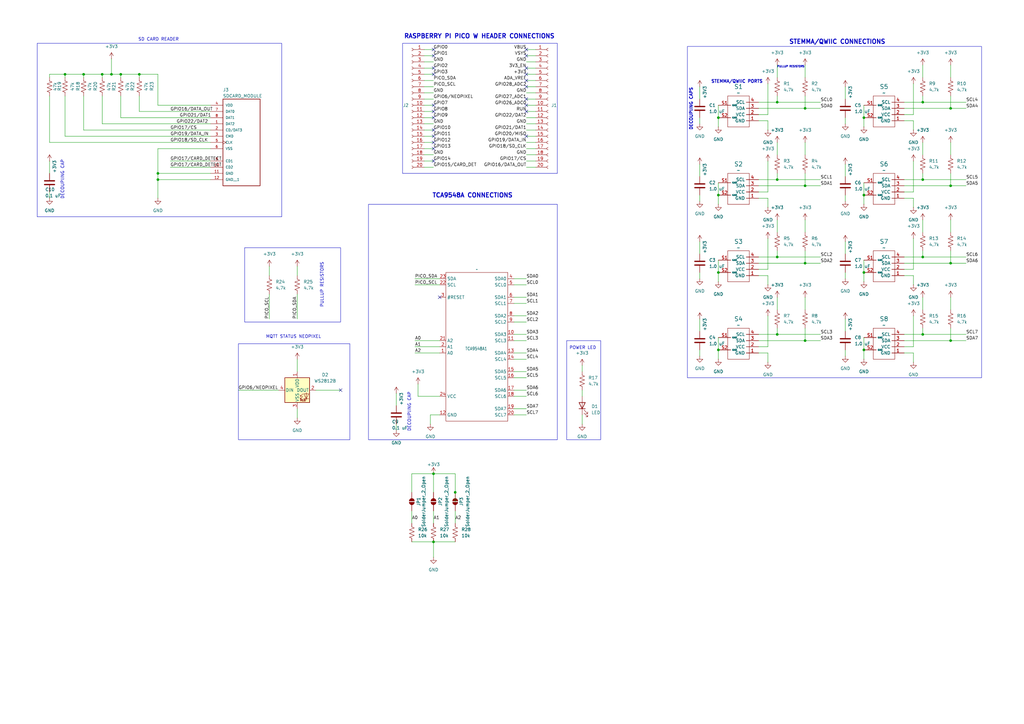
<source format=kicad_sch>
(kicad_sch (version 20231120) (generator "eeschema") (generator_version "8.0")
  (paper "A3")
  (title_block (title "PICO W STEMMA/QWIIC BASE") (date "2024-12-20") (rev "2") (company "Ms. West") (comment 1 "Armando Martinez") (comment 2 "Capstone Project: Encore"))
  (junction (at 330.2 107.95))
  (junction (at 34.29 30.48))
  (junction (at 318.77 137.16))
  (junction (at 354.33 111.76))
  (junction (at 45.72 30.48))
  (junction (at 318.77 41.91))
  (junction (at 378.46 105.41))
  (junction (at 186.69 201.93))
  (junction (at 26.67 30.48))
  (junction (at 330.2 139.7))
  (junction (at 294.64 48.26))
  (junction (at 177.8 222.25))
  (junction (at 64.77 73.66))
  (junction (at 354.33 80.01))
  (junction (at 41.91 30.48))
  (junction (at 389.89 139.7))
  (junction (at 389.89 44.45))
  (junction (at 378.46 137.16))
  (junction (at 330.2 76.2))
  (junction (at 389.89 107.95))
  (junction (at 294.64 143.51))
  (junction (at 318.77 73.66))
  (junction (at 354.33 48.26))
  (junction (at 378.46 41.91))
  (junction (at 389.89 76.2))
  (junction (at 49.53 30.48))
  (junction (at 318.77 105.41))
  (junction (at 378.46 73.66))
  (junction (at 64.77 71.12))
  (junction (at 354.33 143.51))
  (junction (at 330.2 44.45))
  (junction (at 294.64 80.01))
  (junction (at 57.15 30.48))
  (junction (at 294.64 111.76))
  (junction (at 177.8 194.31))
  (no_connect (at 177.8 55.88))
  (no_connect (at 177.8 43.18))
  (no_connect (at 215.9 20.32))
  (no_connect (at 139.7 160.02))
  (no_connect (at 215.9 45.72))
  (no_connect (at 177.8 48.26))
  (no_connect (at 177.8 45.72))
  (no_connect (at 215.9 43.18))
  (no_connect (at 177.8 58.42))
  (no_connect (at 177.8 53.34))
  (no_connect (at 215.9 55.88))
  (no_connect (at 215.9 35.56))
  (no_connect (at 177.8 20.32))
  (no_connect (at 177.8 27.94))
  (no_connect (at 215.9 22.86))
  (no_connect (at 215.9 40.64))
  (no_connect (at 215.9 27.94))
  (no_connect (at 177.8 30.48))
  (no_connect (at 177.8 60.96))
  (no_connect (at 177.8 22.86))
  (no_connect (at 180.34 121.92))
  (no_connect (at 177.8 66.04))
  (no_connect (at 215.9 30.48))
  (no_connect (at 215.9 33.02))
  (wire (pts (xy 210.82 132.08) (xy 215.9 132.08)))
  (wire (pts (xy 64.77 30.48) (xy 64.77 43.18)))
  (wire (pts (xy 41.91 30.48) (xy 45.72 30.48)))
  (wire (pts (xy 374.65 78.74) (xy 370.84 78.74)))
  (wire (pts (xy 86.36 50.8) (xy 41.91 50.8)))
  (wire (pts (xy 45.72 24.13) (xy 45.72 30.48)))
  (wire (pts (xy 49.53 48.26) (xy 86.36 48.26)))
  (wire (pts (xy 311.15 137.16) (xy 318.77 137.16)))
  (wire (pts (xy 314.96 49.53) (xy 314.96 53.34)))
  (wire (pts (xy 370.84 107.95) (xy 389.89 107.95)))
  (wire (pts (xy 49.53 30.48) (xy 49.53 31.75)))
  (wire (pts (xy 370.84 139.7) (xy 389.89 139.7)))
  (wire (pts (xy 378.46 105.41) (xy 396.24 105.41)))
  (wire (pts (xy 378.46 121.92) (xy 378.46 127)))
  (wire (pts (xy 314.96 46.99) (xy 311.15 46.99)))
  (wire (pts (xy 20.32 66.04) (xy 20.32 71.12)))
  (wire (pts (xy 294.64 74.93) (xy 294.64 80.01)))
  (wire (pts (xy 370.84 41.91) (xy 378.46 41.91)))
  (wire (pts (xy 238.76 149.86) (xy 238.76 152.4)))
  (wire (pts (xy 318.77 73.66) (xy 336.55 73.66)))
  (wire (pts (xy 173.99 45.72) (xy 177.8 45.72)))
  (wire (pts (xy 318.77 105.41) (xy 336.55 105.41)))
  (wire (pts (xy 318.77 102.87) (xy 318.77 105.41)))
  (wire (pts (xy 294.64 106.68) (xy 294.64 111.76)))
  (wire (pts (xy 389.89 76.2) (xy 396.24 76.2)))
  (wire (pts (xy 215.9 33.02) (xy 219.71 33.02)))
  (wire (pts (xy 294.64 80.01) (xy 294.64 83.82)))
  (wire (pts (xy 330.2 134.62) (xy 330.2 139.7)))
  (wire (pts (xy 180.34 170.18) (xy 176.53 170.18)))
  (wire (pts (xy 330.2 107.95) (xy 336.55 107.95)))
  (wire (pts (xy 370.84 73.66) (xy 378.46 73.66)))
  (wire (pts (xy 314.96 110.49) (xy 311.15 110.49)))
  (wire (pts (xy 318.77 58.42) (xy 318.77 63.5)))
  (wire (pts (xy 210.82 129.54) (xy 215.9 129.54)))
  (wire (pts (xy 26.67 55.88) (xy 86.36 55.88)))
  (wire (pts (xy 173.99 35.56) (xy 177.8 35.56)))
  (wire (pts (xy 330.2 39.37) (xy 330.2 44.45)))
  (wire (pts (xy 370.84 113.03) (xy 374.65 113.03)))
  (wire (pts (xy 374.65 113.03) (xy 374.65 116.84)))
  (wire (pts (xy 86.36 53.34) (xy 34.29 53.34)))
  (wire (pts (xy 314.96 81.28) (xy 314.96 85.09)))
  (wire (pts (xy 346.71 130.81) (xy 346.71 135.89)))
  (wire (pts (xy 389.89 26.67) (xy 389.89 31.75)))
  (wire (pts (xy 173.99 55.88) (xy 177.8 55.88)))
  (wire (pts (xy 314.96 142.24) (xy 311.15 142.24)))
  (wire (pts (xy 20.32 30.48) (xy 20.32 31.75)))
  (wire (pts (xy 173.99 38.1) (xy 177.8 38.1)))
  (wire (pts (xy 176.53 170.18) (xy 176.53 173.99)))
  (wire (pts (xy 110.49 109.22) (xy 110.49 113.03)))
  (wire (pts (xy 173.99 58.42) (xy 177.8 58.42)))
  (wire (pts (xy 374.65 110.49) (xy 370.84 110.49)))
  (wire (pts (xy 378.46 58.42) (xy 378.46 63.5)))
  (wire (pts (xy 287.02 48.26) (xy 287.02 50.8)))
  (wire (pts (xy 311.15 105.41) (xy 318.77 105.41)))
  (wire (pts (xy 210.82 114.3) (xy 215.9 114.3)))
  (wire (pts (xy 173.99 33.02) (xy 177.8 33.02)))
  (wire (pts (xy 210.82 162.56) (xy 215.9 162.56)))
  (wire (pts (xy 370.84 44.45) (xy 389.89 44.45)))
  (wire (pts (xy 378.46 26.67) (xy 378.46 31.75)))
  (wire (pts (xy 318.77 121.92) (xy 318.77 127)))
  (wire (pts (xy 389.89 107.95) (xy 396.24 107.95)))
  (wire (pts (xy 389.89 102.87) (xy 389.89 107.95)))
  (wire (pts (xy 210.82 116.84) (xy 215.9 116.84)))
  (wire (pts (xy 318.77 39.37) (xy 318.77 41.91)))
  (wire (pts (xy 378.46 41.91) (xy 396.24 41.91)))
  (wire (pts (xy 311.15 107.95) (xy 330.2 107.95)))
  (wire (pts (xy 314.96 34.29) (xy 314.96 46.99)))
  (wire (pts (xy 173.99 68.58) (xy 177.8 68.58)))
  (wire (pts (xy 177.8 222.25) (xy 186.69 222.25)))
  (wire (pts (xy 64.77 73.66) (xy 86.36 73.66)))
  (wire (pts (xy 389.89 90.17) (xy 389.89 95.25)))
  (wire (pts (xy 26.67 30.48) (xy 34.29 30.48)))
  (wire (pts (xy 215.9 35.56) (xy 219.71 35.56)))
  (wire (pts (xy 389.89 139.7) (xy 396.24 139.7)))
  (wire (pts (xy 370.84 137.16) (xy 378.46 137.16)))
  (wire (pts (xy 170.18 144.78) (xy 180.34 144.78)))
  (wire (pts (xy 330.2 58.42) (xy 330.2 63.5)))
  (wire (pts (xy 215.9 43.18) (xy 219.71 43.18)))
  (wire (pts (xy 173.99 48.26) (xy 177.8 48.26)))
  (wire (pts (xy 215.9 48.26) (xy 219.71 48.26)))
  (wire (pts (xy 311.15 81.28) (xy 314.96 81.28)))
  (wire (pts (xy 215.9 63.5) (xy 219.71 63.5)))
  (wire (pts (xy 162.56 161.29) (xy 162.56 166.37)))
  (wire (pts (xy 354.33 80.01) (xy 354.33 83.82)))
  (wire (pts (xy 318.77 137.16) (xy 336.55 137.16)))
  (wire (pts (xy 389.89 134.62) (xy 389.89 139.7)))
  (wire (pts (xy 374.65 144.78) (xy 374.65 148.59)))
  (wire (pts (xy 311.15 76.2) (xy 330.2 76.2)))
  (wire (pts (xy 86.36 58.42) (xy 20.32 58.42)))
  (wire (pts (xy 215.9 55.88) (xy 219.71 55.88)))
  (wire (pts (xy 389.89 58.42) (xy 389.89 63.5)))
  (wire (pts (xy 121.92 167.64) (xy 121.92 171.45)))
  (wire (pts (xy 346.71 48.26) (xy 346.71 50.8)))
  (wire (pts (xy 330.2 44.45) (xy 336.55 44.45)))
  (wire (pts (xy 311.15 139.7) (xy 330.2 139.7)))
  (wire (pts (xy 374.65 46.99) (xy 370.84 46.99)))
  (wire (pts (xy 215.9 66.04) (xy 219.71 66.04)))
  (wire (pts (xy 210.82 137.16) (xy 215.9 137.16)))
  (wire (pts (xy 370.84 76.2) (xy 389.89 76.2)))
  (wire (pts (xy 20.32 30.48) (xy 26.67 30.48)))
  (wire (pts (xy 186.69 205.74) (xy 186.69 201.93)))
  (wire (pts (xy 330.2 26.67) (xy 330.2 31.75)))
  (wire (pts (xy 173.99 40.64) (xy 177.8 40.64)))
  (wire (pts (xy 346.71 80.01) (xy 346.71 82.55)))
  (wire (pts (xy 177.8 194.31) (xy 168.91 194.31)))
  (wire (pts (xy 97.79 160.02) (xy 114.3 160.02)))
  (wire (pts (xy 346.71 35.56) (xy 346.71 40.64)))
  (wire (pts (xy 173.99 25.4) (xy 177.8 25.4)))
  (wire (pts (xy 180.34 162.56) (xy 171.45 162.56)))
  (wire (pts (xy 215.9 20.32) (xy 219.71 20.32)))
  (wire (pts (xy 215.9 60.96) (xy 219.71 60.96)))
  (wire (pts (xy 215.9 27.94) (xy 219.71 27.94)))
  (wire (pts (xy 34.29 53.34) (xy 34.29 39.37)))
  (wire (pts (xy 370.84 81.28) (xy 374.65 81.28)))
  (wire (pts (xy 287.02 143.51) (xy 287.02 146.05)))
  (wire (pts (xy 210.82 144.78) (xy 215.9 144.78)))
  (wire (pts (xy 330.2 139.7) (xy 336.55 139.7)))
  (wire (pts (xy 121.92 147.32) (xy 121.92 152.4)))
  (wire (pts (xy 330.2 76.2) (xy 336.55 76.2)))
  (wire (pts (xy 318.77 71.12) (xy 318.77 73.66)))
  (wire (pts (xy 69.85 66.04) (xy 86.36 66.04)))
  (wire (pts (xy 170.18 116.84) (xy 180.34 116.84)))
  (wire (pts (xy 41.91 50.8) (xy 41.91 39.37)))
  (wire (pts (xy 168.91 222.25) (xy 177.8 222.25)))
  (wire (pts (xy 26.67 30.48) (xy 26.67 31.75)))
  (wire (pts (xy 378.46 73.66) (xy 396.24 73.66)))
  (wire (pts (xy 318.77 26.67) (xy 318.77 31.75)))
  (wire (pts (xy 34.29 30.48) (xy 41.91 30.48)))
  (wire (pts (xy 170.18 139.7) (xy 180.34 139.7)))
  (wire (pts (xy 318.77 90.17) (xy 318.77 95.25)))
  (wire (pts (xy 311.15 49.53) (xy 314.96 49.53)))
  (wire (pts (xy 20.32 58.42) (xy 20.32 39.37)))
  (wire (pts (xy 64.77 60.96) (xy 86.36 60.96)))
  (wire (pts (xy 57.15 30.48) (xy 57.15 31.75)))
  (wire (pts (xy 311.15 144.78) (xy 314.96 144.78)))
  (wire (pts (xy 374.65 97.79) (xy 374.65 110.49)))
  (wire (pts (xy 215.9 58.42) (xy 219.71 58.42)))
  (wire (pts (xy 177.8 194.31) (xy 186.69 194.31)))
  (wire (pts (xy 26.67 39.37) (xy 26.67 55.88)))
  (wire (pts (xy 354.33 48.26) (xy 354.33 52.07)))
  (wire (pts (xy 354.33 138.43) (xy 354.33 143.51)))
  (wire (pts (xy 354.33 106.68) (xy 354.33 111.76)))
  (wire (pts (xy 129.54 160.02) (xy 139.7 160.02)))
  (wire (pts (xy 210.82 160.02) (xy 215.9 160.02)))
  (wire (pts (xy 173.99 60.96) (xy 177.8 60.96)))
  (wire (pts (xy 215.9 45.72) (xy 219.71 45.72)))
  (wire (pts (xy 210.82 154.94) (xy 215.9 154.94)))
  (wire (pts (xy 370.84 105.41) (xy 378.46 105.41)))
  (wire (pts (xy 215.9 50.8) (xy 219.71 50.8)))
  (wire (pts (xy 346.71 111.76) (xy 346.71 114.3)))
  (wire (pts (xy 49.53 48.26) (xy 49.53 39.37)))
  (wire (pts (xy 346.71 143.51) (xy 346.71 146.05)))
  (wire (pts (xy 168.91 194.31) (xy 168.91 201.93)))
  (wire (pts (xy 378.46 39.37) (xy 378.46 41.91)))
  (wire (pts (xy 314.96 129.54) (xy 314.96 142.24)))
  (wire (pts (xy 294.64 138.43) (xy 294.64 143.51)))
  (wire (pts (xy 177.8 209.55) (xy 177.8 214.63)))
  (wire (pts (xy 173.99 63.5) (xy 177.8 63.5)))
  (wire (pts (xy 374.65 66.04) (xy 374.65 78.74)))
  (wire (pts (xy 374.65 129.54) (xy 374.65 142.24)))
  (wire (pts (xy 346.71 67.31) (xy 346.71 72.39)))
  (wire (pts (xy 314.96 78.74) (xy 311.15 78.74)))
  (wire (pts (xy 45.72 30.48) (xy 49.53 30.48)))
  (wire (pts (xy 64.77 71.12) (xy 64.77 73.66)))
  (wire (pts (xy 294.64 48.26) (xy 294.64 52.07)))
  (wire (pts (xy 215.9 30.48) (xy 219.71 30.48)))
  (wire (pts (xy 57.15 30.48) (xy 64.77 30.48)))
  (wire (pts (xy 374.65 49.53) (xy 374.65 53.34)))
  (wire (pts (xy 64.77 73.66) (xy 64.77 81.28)))
  (wire (pts (xy 287.02 80.01) (xy 287.02 82.55)))
  (wire (pts (xy 215.9 68.58) (xy 219.71 68.58)))
  (wire (pts (xy 173.99 20.32) (xy 177.8 20.32)))
  (wire (pts (xy 378.46 134.62) (xy 378.46 137.16)))
  (wire (pts (xy 287.02 111.76) (xy 287.02 114.3)))
  (wire (pts (xy 49.53 30.48) (xy 57.15 30.48)))
  (wire (pts (xy 170.18 114.3) (xy 180.34 114.3)))
  (wire (pts (xy 215.9 38.1) (xy 219.71 38.1)))
  (wire (pts (xy 374.65 142.24) (xy 370.84 142.24)))
  (wire (pts (xy 57.15 45.72) (xy 57.15 39.37)))
  (wire (pts (xy 215.9 40.64) (xy 219.71 40.64)))
  (wire (pts (xy 354.33 111.76) (xy 354.33 115.57)))
  (wire (pts (xy 210.82 170.18) (xy 215.9 170.18)))
  (wire (pts (xy 186.69 209.55) (xy 186.69 214.63)))
  (wire (pts (xy 171.45 162.56) (xy 171.45 157.48)))
  (wire (pts (xy 294.64 43.18) (xy 294.64 48.26)))
  (wire (pts (xy 389.89 121.92) (xy 389.89 127)))
  (wire (pts (xy 370.84 49.53) (xy 374.65 49.53)))
  (wire (pts (xy 330.2 90.17) (xy 330.2 95.25)))
  (wire (pts (xy 41.91 30.48) (xy 41.91 31.75)))
  (wire (pts (xy 378.46 102.87) (xy 378.46 105.41)))
  (wire (pts (xy 238.76 160.02) (xy 238.76 162.56)))
  (wire (pts (xy 170.18 142.24) (xy 180.34 142.24)))
  (wire (pts (xy 173.99 30.48) (xy 177.8 30.48)))
  (wire (pts (xy 210.82 152.4) (xy 215.9 152.4)))
  (wire (pts (xy 215.9 22.86) (xy 219.71 22.86)))
  (wire (pts (xy 69.85 68.58) (xy 86.36 68.58)))
  (wire (pts (xy 354.33 143.51) (xy 354.33 147.32)))
  (wire (pts (xy 64.77 43.18) (xy 86.36 43.18)))
  (wire (pts (xy 389.89 71.12) (xy 389.89 76.2)))
  (wire (pts (xy 64.77 71.12) (xy 86.36 71.12)))
  (wire (pts (xy 314.96 113.03) (xy 314.96 116.84)))
  (wire (pts (xy 330.2 71.12) (xy 330.2 76.2)))
  (wire (pts (xy 173.99 66.04) (xy 177.8 66.04)))
  (wire (pts (xy 314.96 144.78) (xy 314.96 148.59)))
  (wire (pts (xy 173.99 53.34) (xy 177.8 53.34)))
  (wire (pts (xy 370.84 144.78) (xy 374.65 144.78)))
  (wire (pts (xy 168.91 209.55) (xy 168.91 214.63)))
  (wire (pts (xy 389.89 44.45) (xy 396.24 44.45)))
  (wire (pts (xy 378.46 90.17) (xy 378.46 95.25)))
  (wire (pts (xy 311.15 41.91) (xy 318.77 41.91)))
  (wire (pts (xy 311.15 73.66) (xy 318.77 73.66)))
  (wire (pts (xy 330.2 102.87) (xy 330.2 107.95)))
  (wire (pts (xy 210.82 139.7) (xy 215.9 139.7)))
  (wire (pts (xy 34.29 30.48) (xy 34.29 31.75)))
  (wire (pts (xy 287.02 130.81) (xy 287.02 135.89)))
  (wire (pts (xy 374.65 81.28) (xy 374.65 85.09)))
  (wire (pts (xy 215.9 53.34) (xy 219.71 53.34)))
  (wire (pts (xy 287.02 35.56) (xy 287.02 40.64)))
  (wire (pts (xy 210.82 121.92) (xy 215.9 121.92)))
  (wire (pts (xy 378.46 71.12) (xy 378.46 73.66)))
  (wire (pts (xy 110.49 120.65) (xy 110.49 130.81)))
  (wire (pts (xy 374.65 34.29) (xy 374.65 46.99)))
  (wire (pts (xy 210.82 124.46) (xy 215.9 124.46)))
  (wire (pts (xy 210.82 167.64) (xy 215.9 167.64)))
  (wire (pts (xy 173.99 43.18) (xy 177.8 43.18)))
  (wire (pts (xy 57.15 45.72) (xy 86.36 45.72)))
  (wire (pts (xy 314.96 97.79) (xy 314.96 110.49)))
  (wire (pts (xy 64.77 60.96) (xy 64.77 71.12)))
  (wire (pts (xy 318.77 41.91) (xy 336.55 41.91)))
  (wire (pts (xy 186.69 194.31) (xy 186.69 201.93)))
  (wire (pts (xy 378.46 137.16) (xy 396.24 137.16)))
  (wire (pts (xy 346.71 99.06) (xy 346.71 104.14)))
  (wire (pts (xy 354.33 43.18) (xy 354.33 48.26)))
  (wire (pts (xy 121.92 109.22) (xy 121.92 113.03)))
  (wire (pts (xy 311.15 113.03) (xy 314.96 113.03)))
  (wire (pts (xy 294.64 143.51) (xy 294.64 147.32)))
  (wire (pts (xy 177.8 194.31) (xy 177.8 201.93)))
  (wire (pts (xy 311.15 44.45) (xy 330.2 44.45)))
  (wire (pts (xy 318.77 134.62) (xy 318.77 137.16)))
  (wire (pts (xy 173.99 27.94) (xy 177.8 27.94)))
  (wire (pts (xy 173.99 50.8) (xy 177.8 50.8)))
  (wire (pts (xy 314.96 66.04) (xy 314.96 78.74)))
  (wire (pts (xy 162.56 173.99) (xy 162.56 176.53)))
  (wire (pts (xy 238.76 170.18) (xy 238.76 173.99)))
  (wire (pts (xy 210.82 147.32) (xy 215.9 147.32)))
  (wire (pts (xy 287.02 99.06) (xy 287.02 104.14)))
  (wire (pts (xy 173.99 22.86) (xy 177.8 22.86)))
  (wire (pts (xy 20.32 78.74) (xy 20.32 81.28)))
  (wire (pts (xy 389.89 39.37) (xy 389.89 44.45)))
  (wire (pts (xy 294.64 111.76) (xy 294.64 115.57)))
  (wire (pts (xy 330.2 121.92) (xy 330.2 127)))
  (wire (pts (xy 287.02 67.31) (xy 287.02 72.39)))
  (wire (pts (xy 177.8 222.25) (xy 177.8 228.6)))
  (wire (pts (xy 121.92 120.65) (xy 121.92 130.81)))
  (wire (pts (xy 215.9 25.4) (xy 219.71 25.4)))
  (wire (pts (xy 354.33 74.93) (xy 354.33 80.01)))
  (rectangle (start 100.33 101.6) (end 139.7 132.08))
  (rectangle (start 165.1 17.78) (end 228.6 71.12))
  (rectangle (start 97.79 140.97) (end 143.51 180.34))
  (rectangle (start 281.94 19.05) (end 402.59 154.94))
  (rectangle (start 232.41 139.7) (end 246.38 180.34))
  (rectangle (start 151.13 83.82) (end 228.6 180.34))
  (rectangle (start 15.24 17.78) (end 115.57 88.9))
  (text "MQTT STATUS NEOPIXEL\n" (at 120.396 138.176 0) (effects (font (size 1.27 1.27))))
  (text "STEMMA/QWIIC PORTS\n" (at 302.26 33.528 0) (effects (font (size 1.27 1.27) (thickness 0.254) (bold yes))))
  (text "SD CARD READER\n" (at 65.024 16.256 0) (effects (font (size 1.27 1.27))))
  (text "RASPBERRY PI PICO W HEADER CONNECTIONS" (at 196.596 14.986 0) (effects (font (size 1.778 1.778) (thickness 0.3556) (bold yes))))
  (text "DECOUPlING CAP" (at 25.654 73.66 90) (effects (font (size 1.27 1.27))))
  (text "TCA9548A CONNECTIONS" (at 193.802 80.264 0) (effects (font (size 1.778 1.778) (thickness 0.3556) (bold yes))))
  (text "DECOUPlING CAP" (at 167.894 168.91 90) (effects (font (size 1.27 1.27))))
  (text "PULLUP RESISTORS" (at 324.358 27.432 0) (effects (font (size 0.762 0.762) (thickness 0.254) (bold yes))))
  (text "DECOUPlING CAPS" (at 283.464 44.704 90) (effects (font (size 1.27 1.27) (thickness 0.254) (bold yes))))
  (text "STEMMA/QWIIC CONNECTIONS" (at 343.408 17.272 0) (effects (font (size 1.778 1.778) (thickness 0.3556) (bold yes))))
  (text "POWER LED" (at 239.014 142.748 0) (effects (font (size 1.27 1.27))))
  (text "PULLUP RESISTORS" (at 132.08 116.84 90) (effects (font (size 1.27 1.27))))
  (label "PICO_SDA" (at 170.18 114.3 0))
  (label "SCL2" (at 215.9 132.08 0))
  (label "SDA6" (at 396.24 107.95 0))
  (label "SDA5" (at 396.24 76.2 0))
  (label "SCL3" (at 215.9 139.7 0))
  (label "SDA0" (at 336.55 44.45 0))
  (label "GND" (at 177.8 63.5 0))
  (label "VBUS" (at 215.9 20.32 180))
  (label "ADA_VREF" (at 215.9 33.02 180))
  (label "A2" (at 186.69 213.36 0))
  (label "GPIO11" (at 177.8 55.88 0))
  (label "GND" (at 215.9 38.1 180))
  (label "GPIO13" (at 177.8 60.96 0))
  (label "GPIO3" (at 177.8 30.48 0))
  (label "SDA0" (at 215.9 114.3 0))
  (label "+3V3" (at 215.9 30.48 180))
  (label "PICO_SCL" (at 110.49 130.81 90))
  (label "SDA4" (at 215.9 144.78 0))
  (label "GPIO19{slash}DATA_IN" (at 69.85 55.88 0))
  (label "GPIO9" (at 177.8 48.26 0))
  (label "SCL4" (at 215.9 147.32 0))
  (label "GPIO8" (at 177.8 45.72 0))
  (label "RUN" (at 215.9 45.72 180))
  (label "SDA1" (at 215.9 121.92 0))
  (label "GND" (at 177.8 50.8 0))
  (label "SCL1" (at 215.9 124.46 0))
  (label "SCL0" (at 336.55 41.91 0))
  (label "SDA7" (at 396.24 139.7 0))
  (label "GPIO17{slash}CARD_DETECT" (at 69.85 66.04 0))
  (label "SCL7" (at 396.24 137.16 0))
  (label "GPIO0" (at 177.8 20.32 0))
  (label "PICO_SDA" (at 121.92 130.81 90))
  (label "GPIO27_ADC1" (at 215.9 40.64 180))
  (label "A0" (at 168.91 213.36 0))
  (label "GND" (at 215.9 63.5 180))
  (label "GPIO18{slash}SD_CLK" (at 69.85 58.42 0))
  (label "SCL3" (at 336.55 137.16 0))
  (label "PICO_SCL" (at 177.8 35.56 0))
  (label "A2" (at 170.18 144.78 0))
  (label "GPIO16{slash}DATA_OUT" (at 69.85 45.72 0))
  (label "GPIO17{slash}CARD_DETECT" (at 69.85 68.58 0))
  (label "SDA2" (at 215.9 129.54 0))
  (label "GPIO10" (at 177.8 53.34 0))
  (label "GPIO22{slash}DAT2" (at 72.39 50.8 0))
  (label "A0" (at 170.18 139.7 0))
  (label "GPIO16{slash}DATA_OUT" (at 215.9 68.58 180))
  (label "SCL0" (at 215.9 116.84 0))
  (label "GPIO6{slash}NEOPIXEL" (at 177.8 40.64 0))
  (label "PICO_SCL" (at 170.18 116.84 0))
  (label "SDA4" (at 396.24 44.45 0))
  (label "SCL6" (at 396.24 105.41 0))
  (label "GND" (at 215.9 25.4 180))
  (label "SCL7" (at 215.9 170.18 0))
  (label "SDA7" (at 215.9 167.64 0))
  (label "A1" (at 177.8 213.36 0))
  (label "GND" (at 215.9 50.8 180))
  (label "GPIO26_ADC0" (at 215.9 43.18 180))
  (label "SCL4" (at 396.24 41.91 0))
  (label "PICO_SDA" (at 177.8 33.02 0))
  (label "GPIO18{slash}SD_CLK" (at 215.9 60.96 180))
  (label "SCL5" (at 396.24 73.66 0))
  (label "GPIO17{slash}CS" (at 215.9 66.04 180))
  (label "GPIO1" (at 177.8 22.86 0))
  (label "SCL1" (at 336.55 73.66 0))
  (label "SDA6" (at 215.9 160.02 0))
  (label "SCL2" (at 336.55 105.41 0))
  (label "SDA5" (at 215.9 152.4 0))
  (label "GPIO14" (at 177.8 66.04 0))
  (label "GPIO21{slash}DAT1" (at 215.9 53.34 180))
  (label "SDA1" (at 336.55 76.2 0))
  (label "GND" (at 177.8 25.4 0))
  (label "A1" (at 170.18 142.24 0))
  (label "GPIO21{slash}DAT1" (at 73.66 48.26 0))
  (label "GPIO22{slash}DAT2" (at 215.9 48.26 180))
  (label "GPIO12" (at 177.8 58.42 0))
  (label "VSYS" (at 215.9 22.86 180))
  (label "GPIO2" (at 177.8 27.94 0))
  (label "SDA2" (at 336.55 107.95 0))
  (label "GPIO7" (at 177.8 43.18 0))
  (label "GPIO15{slash}CARD_DET" (at 177.8 68.58 0))
  (label "GPIO19{slash}DATA_IN" (at 215.9 58.42 180))
  (label "GPIO6{slash}NEOPIXEL" (at 97.79 160.02 0))
  (label "SCL6" (at 215.9 162.56 0))
  (label "SDA3" (at 336.55 139.7 0))
  (label "SCL5" (at 215.9 154.94 0))
  (label "GPIO17{slash}CS" (at 69.85 53.34 0))
  (label "GPIO28_ADC2" (at 215.9 35.56 180))
  (label "GND" (at 177.8 38.1 0))
  (label "SDA3" (at 215.9 137.16 0))
  (label "3V3_EN" (at 215.9 27.94 180))
  (label "GPIO20{slash}MISO" (at 215.9 55.88 180))
  (symbol (lib_id "power:+3V3") (at 374.65 97.79 0) (unit 1)
    (property "Reference" "#PWR040" (effects (hide yes)))
    (property "Value" "+3V3" (at 374.65 92.71 0))
    (property "Description" "Power symbol creates a global label with name \"+3V3\"" (effects (hide yes)))
  )
  (symbol (lib_id "Pico_Symbols:STEMMA_QT") (at 363.22 46.99 0) (unit 1)
    (property "Reference" "S5" (at 362.585 35.56 0) (effects (font (size 1.778 1.778))))
    (property "Value" "~" (at 362.585 38.1 0) (effects (font (size 1.778 1.778))))
    (property "Footprint" "Pico_Footprints:STEMMAQWIIC_Footprint" (effects (hide yes)))
    (property "Description" "Port to connect the sensors, such as the magnetometers" (effects (hide yes)))
  )
  (symbol (lib_id "power:+3V3") (at 318.77 58.42 0) (unit 1)
    (property "Reference" "#PWR014" (effects (hide yes)))
    (property "Value" "+3V3" (at 318.77 53.34 0))
    (property "Description" "Power symbol creates a global label with name \"+3V3\"" (effects (hide yes)))
  )
  (symbol (lib_id "Pico_Symbols:STEMMA_QT") (at 303.53 46.99 0) (unit 1)
    (property "Reference" "S1" (at 302.895 35.56 0) (effects (font (size 1.778 1.778))))
    (property "Value" "~" (at 302.895 38.1 0) (effects (font (size 1.778 1.778))))
    (property "Footprint" "Pico_Footprints:STEMMAQWIIC_Footprint" (effects (hide yes)))
    (property "Description" "Port to connect the sensors, such as the magnetometers" (effects (hide yes)))
  )
  (symbol (lib_id "power:+3V3") (at 162.56 161.29 0) (unit 1)
    (property "Reference" "#PWR056" (effects (hide yes)))
    (property "Value" "+3V3" (at 164.592 163.576 90))
    (property "Description" "Power symbol creates a global label with name \"+3V3\"" (effects (hide yes)))
  )
  (symbol (lib_id "power:+3V3") (at 314.96 34.29 0) (unit 1)
    (property "Reference" "#PWR04" (effects (hide yes)))
    (property "Value" "+3V3" (at 314.96 29.21 0))
    (property "Description" "Power symbol creates a global label with name \"+3V3\"" (effects (hide yes)))
  )
  (symbol (lib_id "Device:R_US") (at 318.77 99.06 0) (unit 1)
    (property "Reference" "R5" (at 321.31 97.7899 0) (effects (justify left)))
    (property "Value" "4.7k" (at 321.31 100.3299 0) (effects (justify left)))
    (property "Footprint" "Resistor_SMD:R_0603_1608Metric" (effects (hide yes)))
    (property "Description" "Resistor, US symbol" (effects (hide yes)))
  )
  (symbol (lib_id "Device:R_US") (at 41.91 35.56 0) (unit 1)
    (property "Reference" "R21" (at 46.736 37.338 90) (effects (justify left)))
    (property "Value" "47k" (at 44.704 37.338 90) (effects (justify left)))
    (property "Footprint" "Resistor_SMD:R_0603_1608Metric" (effects (hide yes)))
    (property "Description" "Resistor, US symbol" (effects (hide yes)))
  )
  (symbol (lib_id "power:+3V3") (at 238.76 149.86 0) (unit 1)
    (property "Reference" "#PWR053" (effects (hide yes)))
    (property "Value" "+3V3" (at 238.76 144.78 0))
    (property "Description" "Power symbol creates a global label with name \"+3V3\"" (effects (hide yes)))
  )
  (symbol (lib_id "power:+3V3") (at 378.46 26.67 0) (unit 1)
    (property "Reference" "#PWR044" (effects (hide yes)))
    (property "Value" "+3V3" (at 378.46 21.59 0))
    (property "Description" "Power symbol creates a global label with name \"+3V3\"" (effects (hide yes)))
  )
  (symbol (lib_id "power:GND") (at 294.64 115.57 0) (unit 1)
    (property "Reference" "#PWR061" (effects (hide yes)))
    (property "Value" "GND" (at 294.64 120.65 0))
    (property "Description" "Power symbol creates a global label with name \"GND\" , ground" (effects (hide yes)))
  )
  (symbol (lib_id "power:GND") (at 346.71 82.55 0) (unit 1)
    (property "Reference" "#PWR031" (effects (hide yes)))
    (property "Value" "GND" (at 346.71 87.63 0))
    (property "Description" "Power symbol creates a global label with name \"GND\" , ground" (effects (hide yes)))
  )
  (symbol (lib_id "Device:R_US") (at 318.77 67.31 0) (unit 1)
    (property "Reference" "R3" (at 321.31 66.0399 0) (effects (justify left)))
    (property "Value" "4.7k" (at 321.31 68.5799 0) (effects (justify left)))
    (property "Footprint" "Resistor_SMD:R_0603_1608Metric" (effects (hide yes)))
    (property "Description" "Resistor, US symbol" (effects (hide yes)))
  )
  (symbol (lib_id "Jumper:SolderJumper_2_Open") (at 168.91 205.74 90) (unit 1) (exclude_from_sim yes) (in_bom no)
    (property "Reference" "JP1" (at 171.704 205.74 0))
    (property "Value" "SolderJumper_2_Open" (at 173.736 205.74 0))
    (property "Footprint" "Jumper:SolderJumper-2_P1.3mm_Open_TrianglePad1.0x1.5mm" (effects (hide yes)))
    (property "Description" "Solder Jumper, 2-pole, open" (effects (hide yes)))
  )
  (symbol (lib_id "Device:R_US") (at 330.2 130.81 0) (unit 1)
    (property "Reference" "R8" (at 332.74 129.5399 0) (effects (justify left)))
    (property "Value" "4.7k" (at 332.74 132.0799 0) (effects (justify left)))
    (property "Footprint" "Resistor_SMD:R_0603_1608Metric" (effects (hide yes)))
    (property "Description" "Resistor, US symbol" (effects (hide yes)))
  )
  (symbol (lib_id "power:+3V3") (at 318.77 121.92 0) (unit 1)
    (property "Reference" "#PWR025" (effects (hide yes)))
    (property "Value" "+3V3" (at 318.77 116.84 0))
    (property "Description" "Power symbol creates a global label with name \"+3V3\"" (effects (hide yes)))
  )
  (symbol (lib_id "Device:C") (at 162.56 170.18 0) (unit 1)
    (property "Reference" "C9" (at 160.782 172.974 0) (effects (justify left)))
    (property "Value" "0.1 uF" (at 160.782 175.514 0) (effects (justify left)))
    (property "Footprint" "Capacitor_SMD:C_0603_1608Metric" (effects (hide yes)))
    (property "Description" "Unpolarized capacitor" (effects (hide yes)))
  )
  (symbol (lib_id "power:GND") (at 176.53 173.99 0) (unit 1)
    (property "Reference" "#PWR02" (effects (hide yes)))
    (property "Value" "GND" (at 176.53 179.07 0))
    (property "Description" "Power symbol creates a global label with name \"GND\" , ground" (effects (hide yes)))
  )
  (symbol (lib_id "Device:R_US") (at 389.89 130.81 0) (unit 1)
    (property "Reference" "R16" (at 392.43 129.5399 0) (effects (justify left)))
    (property "Value" "4.7k" (at 392.43 132.0799 0) (effects (justify left)))
    (property "Footprint" "Resistor_SMD:R_0603_1608Metric" (effects (hide yes)))
    (property "Description" "Resistor, US symbol" (effects (hide yes)))
  )
  (symbol (lib_id "Device:R_US") (at 20.32 35.56 0) (unit 1)
    (property "Reference" "R19" (at 24.384 37.338 90) (effects (justify left)))
    (property "Value" "47k" (at 22.606 37.338 90) (effects (justify left)))
    (property "Footprint" "Resistor_SMD:R_0603_1608Metric" (effects (hide yes)))
    (property "Description" "Resistor, US symbol" (effects (hide yes)))
  )
  (symbol (lib_id "power:+3V3") (at 346.71 130.81 0) (unit 1)
    (property "Reference" "#PWR034" (effects (hide yes)))
    (property "Value" "+3V3" (at 348.742 133.096 90))
    (property "Description" "Power symbol creates a global label with name \"+3V3\"" (effects (hide yes)))
  )
  (symbol (lib_id "power:+3V3") (at 389.89 58.42 0) (unit 1)
    (property "Reference" "#PWR049" (effects (hide yes)))
    (property "Value" "+3V3" (at 389.89 53.34 0))
    (property "Description" "Power symbol creates a global label with name \"+3V3\"" (effects (hide yes)))
  )
  (symbol (lib_id "power:GND") (at 314.96 148.59 0) (unit 1)
    (property "Reference" "#PWR023" (effects (hide yes)))
    (property "Value" "GND" (at 314.96 153.67 0))
    (property "Description" "Power symbol creates a global label with name \"GND\" , ground" (effects (hide yes)))
  )
  (symbol (lib_id "power:+3V3") (at 314.96 129.54 0) (unit 1)
    (property "Reference" "#PWR022" (effects (hide yes)))
    (property "Value" "+3V3" (at 314.96 124.46 0))
    (property "Description" "Power symbol creates a global label with name \"+3V3\"" (effects (hide yes)))
  )
  (symbol (lib_id "Device:R_US") (at 238.76 156.21 0) (unit 1)
    (property "Reference" "R17" (at 241.3 154.9399 0) (effects (justify left)))
    (property "Value" "4.7k" (at 241.3 157.4799 0) (effects (justify left)))
    (property "Footprint" "Resistor_SMD:R_0603_1608Metric" (effects (hide yes)))
    (property "Description" "Resistor, US symbol" (effects (hide yes)))
  )
  (symbol (lib_id "power:GND") (at 354.33 147.32 0) (unit 1)
    (property "Reference" "#PWR066" (effects (hide yes)))
    (property "Value" "GND" (at 354.33 152.4 0))
    (property "Description" "Power symbol creates a global label with name \"GND\" , ground" (effects (hide yes)))
  )
  (symbol (lib_id "Device:C") (at 287.02 107.95 0) (unit 1)
    (property "Reference" "C3" (at 290.83 106.6799 0) (effects (justify left)))
    (property "Value" "1.0 uF" (at 290.83 109.2199 0) (effects (justify left)))
    (property "Footprint" "Capacitor_SMD:C_0603_1608Metric" (effects (hide yes)))
    (property "Description" "Unpolarized capacitor" (effects (hide yes)))
  )
  (symbol (lib_id "power:GND") (at 162.56 176.53 0) (unit 1)
    (property "Reference" "#PWR057" (effects (hide yes)))
    (property "Value" "GND" (at 162.56 181.61 0))
    (property "Description" "Power symbol creates a global label with name \"GND\" , ground" (effects (hide yes)))
  )
  (symbol (lib_id "power:GND") (at 314.96 53.34 0) (unit 1)
    (property "Reference" "#PWR05" (effects (hide yes)))
    (property "Value" "GND" (at 314.96 58.42 0))
    (property "Description" "Power symbol creates a global label with name \"GND\" , ground" (effects (hide yes)))
  )
  (symbol (lib_id "power:+3V3") (at 330.2 26.67 0) (unit 1)
    (property "Reference" "#PWR07" (effects (hide yes)))
    (property "Value" "+3V3" (at 330.2 21.59 0))
    (property "Description" "Power symbol creates a global label with name \"+3V3\"" (effects (hide yes)))
  )
  (symbol (lib_id "power:+3V3") (at 389.89 26.67 0) (unit 1)
    (property "Reference" "#PWR048" (effects (hide yes)))
    (property "Value" "+3V3" (at 389.89 21.59 0))
    (property "Description" "Power symbol creates a global label with name \"+3V3\"" (effects (hide yes)))
  )
  (symbol (lib_id "power:+3V3") (at 287.02 99.06 0) (unit 1)
    (property "Reference" "#PWR016" (effects (hide yes)))
    (property "Value" "+3V3" (at 289.052 101.346 90))
    (property "Description" "Power symbol creates a global label with name \"+3V3\"" (effects (hide yes)))
  )
  (symbol (lib_id "Connector:Conn_01x20_Socket") (at 168.91 43.18 0) (mirror y) (unit 1)
    (property "Reference" "J2" (at 167.64 43.1799 0) (effects (justify left)))
    (property "Value" "Conn_01x20_Socket" (effects (hide yes)))
    (property "Footprint" "Connector_PinSocket_2.54mm:PinSocket_1x20_P2.54mm_Vertical" (effects (hide yes)))
    (property "Description" "Generic connector, single row, 01x20, script generated" (effects (hide yes)))
  )
  (symbol (lib_id "power:+3V3") (at 287.02 35.56 0) (unit 1)
    (property "Reference" "#PWR08" (effects (hide yes)))
    (property "Value" "+3V3" (at 289.052 37.846 90))
    (property "Description" "Power symbol creates a global label with name \"+3V3\"" (effects (hide yes)))
  )
  (symbol (lib_id "Device:R_US") (at 378.46 130.81 0) (unit 1)
    (property "Reference" "R15" (at 381 129.5399 0) (effects (justify left)))
    (property "Value" "4.7k" (at 381 132.0799 0) (effects (justify left)))
    (property "Footprint" "Resistor_SMD:R_0603_1608Metric" (effects (hide yes)))
    (property "Description" "Resistor, US symbol" (effects (hide yes)))
  )
  (symbol (lib_id "power:GND") (at 294.64 52.07 0) (unit 1)
    (property "Reference" "#PWR060" (effects (hide yes)))
    (property "Value" "GND" (at 294.64 57.15 0))
    (property "Description" "Power symbol creates a global label with name \"GND\" , ground" (effects (hide yes)))
  )
  (symbol (lib_id "Pico_Symbols:STEMMA_QT") (at 363.22 78.74 0) (unit 1)
    (property "Reference" "S6" (at 362.585 67.31 0) (effects (font (size 1.778 1.778))))
    (property "Value" "~" (at 362.585 69.85 0) (effects (font (size 1.778 1.778))))
    (property "Footprint" "Pico_Footprints:STEMMAQWIIC_Footprint" (effects (hide yes)))
    (property "Description" "Port to connect the sensors, such as the magnetometers" (effects (hide yes)))
  )
  (symbol (lib_id "Device:R_US") (at 318.77 35.56 0) (unit 1)
    (property "Reference" "R1" (at 321.31 34.2899 0) (effects (justify left)))
    (property "Value" "4.7k" (at 321.31 36.8299 0) (effects (justify left)))
    (property "Footprint" "Resistor_SMD:R_0603_1608Metric" (effects (hide yes)))
    (property "Description" "Resistor, US symbol" (effects (hide yes)))
  )
  (symbol (lib_id "power:GND") (at 64.77 81.28 0) (unit 1)
    (property "Reference" "#PWR03" (effects (hide yes)))
    (property "Value" "GND" (at 64.77 86.36 0))
    (property "Description" "Power symbol creates a global label with name \"GND\" , ground" (effects (hide yes)))
  )
  (symbol (lib_id "Device:C") (at 287.02 139.7 0) (unit 1)
    (property "Reference" "C4" (at 290.83 138.4299 0) (effects (justify left)))
    (property "Value" "1.0 uF" (at 290.83 140.9699 0) (effects (justify left)))
    (property "Footprint" "Capacitor_SMD:C_0603_1608Metric" (effects (hide yes)))
    (property "Description" "Unpolarized capacitor" (effects (hide yes)))
  )
  (symbol (lib_id "Pico_Symbols:STEMMA_QT") (at 303.53 78.74 0) (unit 1)
    (property "Reference" "S2" (at 302.895 67.31 0) (effects (font (size 1.778 1.778))))
    (property "Value" "~" (at 302.895 69.85 0) (effects (font (size 1.778 1.778))))
    (property "Footprint" "Pico_Footprints:STEMMAQWIIC_Footprint" (effects (hide yes)))
    (property "Description" "Port to connect the sensors, such as the magnetometers" (effects (hide yes)))
  )
  (symbol (lib_id "Device:R_US") (at 389.89 99.06 0) (unit 1)
    (property "Reference" "R14" (at 392.43 97.7899 0) (effects (justify left)))
    (property "Value" "4.7k" (at 392.43 100.3299 0) (effects (justify left)))
    (property "Footprint" "Resistor_SMD:R_0603_1608Metric" (effects (hide yes)))
    (property "Description" "Resistor, US symbol" (effects (hide yes)))
  )
  (symbol (lib_id "power:+3V3") (at 121.92 109.22 0) (unit 1)
    (property "Reference" "#PWR070" (effects (hide yes)))
    (property "Value" "+3V3" (at 121.92 104.14 0))
    (property "Description" "Power symbol creates a global label with name \"+3V3\"" (effects (hide yes)))
  )
  (symbol (lib_id "Device:R_US") (at 378.46 35.56 0) (unit 1)
    (property "Reference" "R9" (at 381 34.2899 0) (effects (justify left)))
    (property "Value" "4.7k" (at 381 36.8299 0) (effects (justify left)))
    (property "Footprint" "Resistor_SMD:R_0603_1608Metric" (effects (hide yes)))
    (property "Description" "Resistor, US symbol" (effects (hide yes)))
  )
  (symbol (lib_id "power:GND") (at 287.02 146.05 0) (unit 1)
    (property "Reference" "#PWR019" (effects (hide yes)))
    (property "Value" "GND" (at 287.02 151.13 0))
    (property "Description" "Power symbol creates a global label with name \"GND\" , ground" (effects (hide yes)))
  )
  (symbol (lib_id "power:GND") (at 354.33 115.57 0) (unit 1)
    (property "Reference" "#PWR065" (effects (hide yes)))
    (property "Value" "GND" (at 354.33 120.65 0))
    (property "Description" "Power symbol creates a global label with name \"GND\" , ground" (effects (hide yes)))
  )
  (symbol (lib_id "power:+3V3") (at 378.46 121.92 0) (unit 1)
    (property "Reference" "#PWR047" (effects (hide yes)))
    (property "Value" "+3V3" (at 378.46 116.84 0))
    (property "Description" "Power symbol creates a global label with name \"+3V3\"" (effects (hide yes)))
  )
  (symbol (lib_id "power:GND") (at 346.71 50.8 0) (unit 1)
    (property "Reference" "#PWR029" (effects (hide yes)))
    (property "Value" "GND" (at 346.71 55.88 0))
    (property "Description" "Power symbol creates a global label with name \"GND\" , ground" (effects (hide yes)))
  )
  (symbol (lib_id "Device:R_US") (at 26.67 35.56 0) (unit 1)
    (property "Reference" "R18" (at 32.004 37.338 90) (effects (justify left)))
    (property "Value" "47k" (at 29.718 37.338 90) (effects (justify left)))
    (property "Footprint" "Resistor_SMD:R_0603_1608Metric" (effects (hide yes)))
    (property "Description" "Resistor, US symbol" (effects (hide yes)))
  )
  (symbol (lib_id "power:GND") (at 287.02 50.8 0) (unit 1)
    (property "Reference" "#PWR09" (effects (hide yes)))
    (property "Value" "GND" (at 287.02 55.88 0))
    (property "Description" "Power symbol creates a global label with name \"GND\" , ground" (effects (hide yes)))
  )
  (symbol (lib_id "power:GND") (at 294.64 147.32 0) (unit 1)
    (property "Reference" "#PWR062" (effects (hide yes)))
    (property "Value" "GND" (at 294.64 152.4 0))
    (property "Description" "Power symbol creates a global label with name \"GND\" , ground" (effects (hide yes)))
  )
  (symbol (lib_id "Device:R_US") (at 389.89 35.56 0) (unit 1)
    (property "Reference" "R10" (at 392.43 34.2899 0) (effects (justify left)))
    (property "Value" "4.7k" (at 392.43 36.8299 0) (effects (justify left)))
    (property "Footprint" "Resistor_SMD:R_0603_1608Metric" (effects (hide yes)))
    (property "Description" "Resistor, US symbol" (effects (hide yes)))
  )
  (symbol (lib_id "power:GND") (at 314.96 116.84 0) (unit 1)
    (property "Reference" "#PWR021" (effects (hide yes)))
    (property "Value" "GND" (at 314.96 121.92 0))
    (property "Description" "Power symbol creates a global label with name \"GND\" , ground" (effects (hide yes)))
  )
  (symbol (lib_id "Device:R_US") (at 177.8 218.44 0) (unit 1)
    (property "Reference" "R27" (at 180.34 217.1699 0) (effects (justify left)))
    (property "Value" "10k" (at 180.34 219.7099 0) (effects (justify left)))
    (property "Footprint" "Resistor_SMD:R_0603_1608Metric" (effects (hide yes)))
    (property "Description" "Resistor, US symbol" (effects (hide yes)))
  )
  (symbol (lib_id "power:GND") (at 294.64 83.82 0) (unit 1)
    (property "Reference" "#PWR059" (effects (hide yes)))
    (property "Value" "GND" (at 294.64 88.9 0))
    (property "Description" "Power symbol creates a global label with name \"GND\" , ground" (effects (hide yes)))
  )
  (symbol (lib_id "Pico_Symbols:TCA9548A_1") (at 195.58 142.24 0) (unit 1)
    (property "Reference" "TCA9548A1" (at 195.326 143.002 0) (effects (font (size 1.27 1.0795))))
    (property "Value" "~" (at 195.58 110.49 0) (effects (font (size 1.27 1.0795))))
    (property "Footprint" "Pico_Footprints:TCA9548A_Footprint" (effects (hide yes)))
    (property "Description" "TCA9548A I2C Multiplexer" (effects (hide yes)))
  )
  (symbol (lib_id "power:GND") (at 374.65 53.34 0) (unit 1)
    (property "Reference" "#PWR037" (effects (hide yes)))
    (property "Value" "GND" (at 374.65 58.42 0))
    (property "Description" "Power symbol creates a global label with name \"GND\" , ground" (effects (hide yes)))
  )
  (symbol (lib_id "Device:LED") (at 238.76 166.37 90) (unit 1)
    (property "Reference" "D1" (at 242.57 166.6874 90) (effects (justify right)))
    (property "Value" "LED" (at 242.57 169.2274 90) (effects (justify right)))
    (property "Footprint" "LED_SMD:LED_0603_1608Metric" (effects (hide yes)))
    (property "Description" "Light emitting diode" (effects (hide yes)))
  )
  (symbol (lib_id "Jumper:SolderJumper_2_Open") (at 177.8 205.74 90) (unit 1) (exclude_from_sim yes) (in_bom no)
    (property "Reference" "JP2" (at 180.594 205.74 0))
    (property "Value" "SolderJumper_2_Open" (at 183.134 205.74 0))
    (property "Footprint" "Jumper:SolderJumper-2_P1.3mm_Open_TrianglePad1.0x1.5mm" (effects (hide yes)))
    (property "Description" "Solder Jumper, 2-pole, open" (effects (hide yes)))
  )
  (symbol (lib_id "power:GND") (at 238.76 173.99 0) (unit 1)
    (property "Reference" "#PWR054" (effects (hide yes)))
    (property "Value" "GND" (at 238.76 179.07 0))
    (property "Description" "Power symbol creates a global label with name \"GND\" , ground" (effects (hide yes)))
  )
  (symbol (lib_id "power:GND") (at 374.65 85.09 0) (unit 1)
    (property "Reference" "#PWR039" (effects (hide yes)))
    (property "Value" "GND" (at 374.65 90.17 0))
    (property "Description" "Power symbol creates a global label with name \"GND\" , ground" (effects (hide yes)))
  )
  (symbol (lib_id "Device:C") (at 20.32 74.93 0) (unit 1)
    (property "Reference" "C10" (at 18.542 77.724 0) (effects (justify left)))
    (property "Value" "0.1 uF" (at 18.542 80.264 0) (effects (justify left)))
    (property "Footprint" "Capacitor_SMD:C_0603_1608Metric" (effects (hide yes)))
    (property "Description" "Unpolarized capacitor" (effects (hide yes)))
  )
  (symbol (lib_id "power:+3V3") (at 318.77 26.67 0) (unit 1)
    (property "Reference" "#PWR06" (effects (hide yes)))
    (property "Value" "+3V3" (at 318.77 21.59 0))
    (property "Description" "Power symbol creates a global label with name \"+3V3\"" (effects (hide yes)))
  )
  (symbol (lib_id "power:GND") (at 374.65 116.84 0) (unit 1)
    (property "Reference" "#PWR041" (effects (hide yes)))
    (property "Value" "GND" (at 374.65 121.92 0))
    (property "Description" "Power symbol creates a global label with name \"GND\" , ground" (effects (hide yes)))
  )
  (symbol (lib_id "Pico_Symbols:STEMMA_QT") (at 363.22 110.49 0) (unit 1)
    (property "Reference" "S7" (at 362.585 99.06 0) (effects (font (size 1.778 1.778))))
    (property "Value" "~" (at 362.585 101.6 0) (effects (font (size 1.778 1.778))))
    (property "Footprint" "Pico_Footprints:STEMMAQWIIC_Footprint" (effects (hide yes)))
    (property "Description" "Port to connect the sensors, such as the magnetometers" (effects (hide yes)))
  )
  (symbol (lib_id "power:GND") (at 354.33 52.07 0) (unit 1)
    (property "Reference" "#PWR063" (effects (hide yes)))
    (property "Value" "GND" (at 354.33 57.15 0))
    (property "Description" "Power symbol creates a global label with name \"GND\" , ground" (effects (hide yes)))
  )
  (symbol (lib_id "Connector:Conn_01x20_Socket") (at 224.79 43.18 0) (unit 1)
    (property "Reference" "J1" (at 226.06 43.1799 0) (effects (justify left)))
    (property "Value" "Conn_01x20_Socket" (effects (hide yes)))
    (property "Footprint" "Connector_PinSocket_2.54mm:PinSocket_1x20_P2.54mm_Vertical" (effects (hide yes)))
    (property "Description" "Generic connector, single row, 01x20, script generated" (effects (hide yes)))
  )
  (symbol (lib_id "Pico_Symbols:STEMMA_QT") (at 363.22 142.24 0) (unit 1)
    (property "Reference" "S8" (at 362.585 130.81 0) (effects (font (size 1.778 1.778))))
    (property "Value" "~" (at 362.585 133.35 0) (effects (font (size 1.778 1.778))))
    (property "Footprint" "Pico_Footprints:STEMMAQWIIC_Footprint" (effects (hide yes)))
    (property "Description" "Port to connect the sensors, such as the magnetometers" (effects (hide yes)))
  )
  (symbol (lib_id "power:+3V3") (at 389.89 90.17 0) (unit 1)
    (property "Reference" "#PWR050" (effects (hide yes)))
    (property "Value" "+3V3" (at 389.89 85.09 0))
    (property "Description" "Power symbol creates a global label with name \"+3V3\"" (effects (hide yes)))
  )
  (symbol (lib_id "power:GND") (at 346.71 146.05 0) (unit 1)
    (property "Reference" "#PWR035" (effects (hide yes)))
    (property "Value" "GND" (at 346.71 151.13 0))
    (property "Description" "Power symbol creates a global label with name \"GND\" , ground" (effects (hide yes)))
  )
  (symbol (lib_id "Device:R_US") (at 110.49 116.84 0) (unit 1)
    (property "Reference" "R24" (at 113.03 115.5699 0) (effects (justify left)))
    (property "Value" "4.7k" (at 113.03 118.1099 0) (effects (justify left)))
    (property "Footprint" "Resistor_SMD:R_0603_1608Metric" (effects (hide yes)))
    (property "Description" "Resistor, US symbol" (effects (hide yes)))
  )
  (symbol (lib_id "power:GND") (at 287.02 114.3 0) (unit 1)
    (property "Reference" "#PWR017" (effects (hide yes)))
    (property "Value" "GND" (at 287.02 119.38 0))
    (property "Description" "Power symbol creates a global label with name \"GND\" , ground" (effects (hide yes)))
  )
  (symbol (lib_id "Device:R_US") (at 330.2 99.06 0) (unit 1)
    (property "Reference" "R6" (at 332.74 97.7899 0) (effects (justify left)))
    (property "Value" "4.7k" (at 332.74 100.3299 0) (effects (justify left)))
    (property "Footprint" "Resistor_SMD:R_0603_1608Metric" (effects (hide yes)))
    (property "Description" "Resistor, US symbol" (effects (hide yes)))
  )
  (symbol (lib_id "power:+3V3") (at 110.49 109.22 0) (unit 1)
    (property "Reference" "#PWR069" (effects (hide yes)))
    (property "Value" "+3V3" (at 110.49 104.14 0))
    (property "Description" "Power symbol creates a global label with name \"+3V3\"" (effects (hide yes)))
  )
  (symbol (lib_id "Device:C") (at 287.02 44.45 0) (unit 1)
    (property "Reference" "C1" (at 290.83 43.1799 0) (effects (justify left)))
    (property "Value" "1.0 uF" (at 290.83 45.7199 0) (effects (justify left)))
    (property "Footprint" "Capacitor_SMD:C_0603_1608Metric" (effects (hide yes)))
    (property "Description" "Unpolarized capacitor" (effects (hide yes)))
  )
  (symbol (lib_id "power:GND") (at 374.65 148.59 0) (unit 1)
    (property "Reference" "#PWR043" (effects (hide yes)))
    (property "Value" "GND" (at 374.65 153.67 0))
    (property "Description" "Power symbol creates a global label with name \"GND\" , ground" (effects (hide yes)))
  )
  (symbol (lib_id "power:+3V3") (at 330.2 58.42 0) (unit 1)
    (property "Reference" "#PWR015" (effects (hide yes)))
    (property "Value" "+3V3" (at 330.2 53.34 0))
    (property "Description" "Power symbol creates a global label with name \"+3V3\"" (effects (hide yes)))
  )
  (symbol (lib_id "Pico_Symbols:STEMMA_QT") (at 303.53 110.49 0) (unit 1)
    (property "Reference" "S3" (at 302.895 99.06 0) (effects (font (size 1.778 1.778))))
    (property "Value" "~" (at 302.895 101.6 0) (effects (font (size 1.778 1.778))))
    (property "Footprint" "Pico_Footprints:STEMMAQWIIC_Footprint" (effects (hide yes)))
    (property "Description" "Port to connect the sensors, such as the magnetometers" (effects (hide yes)))
  )
  (symbol (lib_id "power:GND") (at 314.96 85.09 0) (unit 1)
    (property "Reference" "#PWR013" (effects (hide yes)))
    (property "Value" "GND" (at 314.96 90.17 0))
    (property "Description" "Power symbol creates a global label with name \"GND\" , ground" (effects (hide yes)))
  )
  (symbol (lib_id "power:GND") (at 121.92 171.45 0) (unit 1)
    (property "Reference" "#PWR071" (effects (hide yes)))
    (property "Value" "GND" (at 121.92 176.53 0))
    (property "Description" "Power symbol creates a global label with name \"GND\" , ground" (effects (hide yes)))
  )
  (symbol (lib_id "power:+3V3") (at 330.2 121.92 0) (unit 1)
    (property "Reference" "#PWR027" (effects (hide yes)))
    (property "Value" "+3V3" (at 330.2 116.84 0))
    (property "Description" "Power symbol creates a global label with name \"+3V3\"" (effects (hide yes)))
  )
  (symbol (lib_id "power:+3V3") (at 346.71 67.31 0) (unit 1)
    (property "Reference" "#PWR030" (effects (hide yes)))
    (property "Value" "+3V3" (at 348.742 69.596 90))
    (property "Description" "Power symbol creates a global label with name \"+3V3\"" (effects (hide yes)))
  )
  (symbol (lib_id "power:+3V3") (at 314.96 66.04 0) (unit 1)
    (property "Reference" "#PWR012" (effects (hide yes)))
    (property "Value" "+3V3" (at 314.96 60.96 0))
    (property "Description" "Power symbol creates a global label with name \"+3V3\"" (effects (hide yes)))
  )
  (symbol (lib_id "Jumper:SolderJumper_2_Open") (at 186.69 205.74 90) (unit 1) (exclude_from_sim yes) (in_bom no)
    (property "Reference" "JP3" (at 189.23 205.74 0))
    (property "Value" "SolderJumper_2_Open" (at 191.77 205.74 0))
    (property "Footprint" "Jumper:SolderJumper-2_P1.3mm_Open_TrianglePad1.0x1.5mm" (effects (hide yes)))
    (property "Description" "Solder Jumper, 2-pole, open" (effects (hide yes)))
  )
  (symbol (lib_id "power:GND") (at 354.33 83.82 0) (unit 1)
    (property "Reference" "#PWR064" (effects (hide yes)))
    (property "Value" "GND" (at 354.33 88.9 0))
    (property "Description" "Power symbol creates a global label with name \"GND\" , ground" (effects (hide yes)))
  )
  (symbol (lib_id "power:+3V3") (at 287.02 67.31 0) (unit 1)
    (property "Reference" "#PWR010" (effects (hide yes)))
    (property "Value" "+3V3" (at 289.052 69.596 90))
    (property "Description" "Power symbol creates a global label with name \"+3V3\"" (effects (hide yes)))
  )
  (symbol (lib_id "power:GND") (at 177.8 228.6 0) (unit 1)
    (property "Reference" "#PWR072" (effects (hide yes)))
    (property "Value" "GND" (at 177.8 233.68 0))
    (property "Description" "Power symbol creates a global label with name \"GND\" , ground" (effects (hide yes)))
  )
  (symbol (lib_id "Device:R_US") (at 330.2 67.31 0) (unit 1)
    (property "Reference" "R4" (at 332.74 66.0399 0) (effects (justify left)))
    (property "Value" "4.7k" (at 332.74 68.5799 0) (effects (justify left)))
    (property "Footprint" "Resistor_SMD:R_0603_1608Metric" (effects (hide yes)))
    (property "Description" "Resistor, US symbol" (effects (hide yes)))
  )
  (symbol (lib_id "power:GND") (at 346.71 114.3 0) (unit 1)
    (property "Reference" "#PWR033" (effects (hide yes)))
    (property "Value" "GND" (at 346.71 119.38 0))
    (property "Description" "Power symbol creates a global label with name \"GND\" , ground" (effects (hide yes)))
  )
  (symbol (lib_id "Device:C") (at 346.71 76.2 0) (unit 1)
    (property "Reference" "C6" (at 350.52 74.9299 0) (effects (justify left)))
    (property "Value" "1.0 uF" (at 350.52 77.4699 0) (effects (justify left)))
    (property "Footprint" "Capacitor_SMD:C_0603_1608Metric" (effects (hide yes)))
    (property "Description" "Unpolarized capacitor" (effects (hide yes)))
  )
  (symbol (lib_id "power:GND") (at 20.32 81.28 0) (unit 1)
    (property "Reference" "#PWR068" (effects (hide yes)))
    (property "Value" "GND" (at 20.32 86.36 0))
    (property "Description" "Power symbol creates a global label with name \"GND\" , ground" (effects (hide yes)))
  )
  (symbol (lib_id "Device:C") (at 346.71 107.95 0) (unit 1)
    (property "Reference" "C7" (at 350.52 106.6799 0) (effects (justify left)))
    (property "Value" "1.0 uF" (at 350.52 109.2199 0) (effects (justify left)))
    (property "Footprint" "Capacitor_SMD:C_0603_1608Metric" (effects (hide yes)))
    (property "Description" "Unpolarized capacitor" (effects (hide yes)))
  )
  (symbol (lib_id "power:+3V3") (at 389.89 121.92 0) (unit 1)
    (property "Reference" "#PWR051" (effects (hide yes)))
    (property "Value" "+3V3" (at 389.89 116.84 0))
    (property "Description" "Power symbol creates a global label with name \"+3V3\"" (effects (hide yes)))
  )
  (symbol (lib_id "power:+3V3") (at 346.71 35.56 0) (unit 1)
    (property "Reference" "#PWR028" (effects (hide yes)))
    (property "Value" "+3V3" (at 348.742 37.846 90))
    (property "Description" "Power symbol creates a global label with name \"+3V3\"" (effects (hide yes)))
  )
  (symbol (lib_id "power:+3V3") (at 330.2 90.17 0) (unit 1)
    (property "Reference" "#PWR026" (effects (hide yes)))
    (property "Value" "+3V3" (at 330.2 85.09 0))
    (property "Description" "Power symbol creates a global label with name \"+3V3\"" (effects (hide yes)))
  )
  (symbol (lib_id "power:+3V3") (at 374.65 129.54 0) (unit 1)
    (property "Reference" "#PWR042" (effects (hide yes)))
    (property "Value" "+3V3" (at 374.65 124.46 0))
    (property "Description" "Power symbol creates a global label with name \"+3V3\"" (effects (hide yes)))
  )
  (symbol (lib_id "Device:R_US") (at 378.46 99.06 0) (unit 1)
    (property "Reference" "R13" (at 381 97.7899 0) (effects (justify left)))
    (property "Value" "4.7k" (at 381 100.3299 0) (effects (justify left)))
    (property "Footprint" "Resistor_SMD:R_0603_1608Metric" (effects (hide yes)))
    (property "Description" "Resistor, US symbol" (effects (hide yes)))
  )
  (symbol (lib_id "power:GND") (at 287.02 82.55 0) (unit 1)
    (property "Reference" "#PWR011" (effects (hide yes)))
    (property "Value" "GND" (at 287.02 87.63 0))
    (property "Description" "Power symbol creates a global label with name \"GND\" , ground" (effects (hide yes)))
  )
  (symbol (lib_id "Device:C") (at 287.02 76.2 0) (unit 1)
    (property "Reference" "C2" (at 290.83 74.9299 0) (effects (justify left)))
    (property "Value" "1.0 uF" (at 290.83 77.4699 0) (effects (justify left)))
    (property "Footprint" "Capacitor_SMD:C_0603_1608Metric" (effects (hide yes)))
    (property "Description" "Unpolarized capacitor" (effects (hide yes)))
  )
  (symbol (lib_id "Device:R_US") (at 57.15 35.56 0) (unit 1)
    (property "Reference" "R23" (at 62.23 37.338 90) (effects (justify left)))
    (property "Value" "47k" (at 59.944 37.338 90) (effects (justify left)))
    (property "Footprint" "Resistor_SMD:R_0603_1608Metric" (effects (hide yes)))
    (property "Description" "Resistor, US symbol" (effects (hide yes)))
  )
  (symbol (lib_id "Device:C") (at 346.71 44.45 0) (unit 1)
    (property "Reference" "C5" (at 350.52 43.1799 0) (effects (justify left)))
    (property "Value" "1.0 uF" (at 350.52 45.7199 0) (effects (justify left)))
    (property "Footprint" "Capacitor_SMD:C_0603_1608Metric" (effects (hide yes)))
    (property "Description" "Unpolarized capacitor" (effects (hide yes)))
  )
  (symbol (lib_id "Device:R_US") (at 389.89 67.31 0) (unit 1)
    (property "Reference" "R12" (at 392.43 66.0399 0) (effects (justify left)))
    (property "Value" "4.7k" (at 392.43 68.5799 0) (effects (justify left)))
    (property "Footprint" "Resistor_SMD:R_0603_1608Metric" (effects (hide yes)))
    (property "Description" "Resistor, US symbol" (effects (hide yes)))
  )
  (symbol (lib_id "power:+3V3") (at 287.02 130.81 0) (unit 1)
    (property "Reference" "#PWR018" (effects (hide yes)))
    (property "Value" "+3V3" (at 289.052 133.096 90))
    (property "Description" "Power symbol creates a global label with name \"+3V3\"" (effects (hide yes)))
  )
  (symbol (lib_id "power:+3V3") (at 318.77 90.17 0) (unit 1)
    (property "Reference" "#PWR024" (effects (hide yes)))
    (property "Value" "+3V3" (at 318.77 85.09 0))
    (property "Description" "Power symbol creates a global label with name \"+3V3\"" (effects (hide yes)))
  )
  (symbol (lib_id "power:+3V3") (at 177.8 194.31 0) (unit 1)
    (property "Reference" "#PWR058" (effects (hide yes)))
    (property "Value" "+3V3" (at 177.8 190.5 0))
    (property "Description" "Power symbol creates a global label with name \"+3V3\"" (effects (hide yes)))
  )
  (symbol (lib_id "power:+3V3") (at 378.46 90.17 0) (unit 1)
    (property "Reference" "#PWR046" (effects (hide yes)))
    (property "Value" "+3V3" (at 378.46 85.09 0))
    (property "Description" "Power symbol creates a global label with name \"+3V3\"" (effects (hide yes)))
  )
  (symbol (lib_id "Device:C") (at 346.71 139.7 0) (unit 1)
    (property "Reference" "C8" (at 350.52 138.4299 0) (effects (justify left)))
    (property "Value" "1.0 uF" (at 350.52 140.9699 0) (effects (justify left)))
    (property "Footprint" "Capacitor_SMD:C_0603_1608Metric" (effects (hide yes)))
    (property "Description" "Unpolarized capacitor" (effects (hide yes)))
  )
  (symbol (lib_id "Device:R_US") (at 330.2 35.56 0) (unit 1)
    (property "Reference" "R2" (at 332.74 34.2899 0) (effects (justify left)))
    (property "Value" "4.7k" (at 332.74 36.8299 0) (effects (justify left)))
    (property "Footprint" "Resistor_SMD:R_0603_1608Metric" (effects (hide yes)))
    (property "Description" "Resistor, US symbol" (effects (hide yes)))
  )
  (symbol (lib_id "power:+3V3") (at 374.65 66.04 0) (unit 1)
    (property "Reference" "#PWR038" (effects (hide yes)))
    (property "Value" "+3V3" (at 374.65 60.96 0))
    (property "Description" "Power symbol creates a global label with name \"+3V3\"" (effects (hide yes)))
  )
  (symbol (lib_id "power:+3V3") (at 20.32 66.04 0) (unit 1)
    (property "Reference" "#PWR067" (effects (hide yes)))
    (property "Value" "+3V3" (at 22.352 68.326 90))
    (property "Description" "Power symbol creates a global label with name \"+3V3\"" (effects (hide yes)))
  )
  (symbol (lib_id "power:+3V3") (at 346.71 99.06 0) (unit 1)
    (property "Reference" "#PWR032" (effects (hide yes)))
    (property "Value" "+3V3" (at 348.742 101.346 90))
    (property "Description" "Power symbol creates a global label with name \"+3V3\"" (effects (hide yes)))
  )
  (symbol (lib_id "power:+3V3") (at 314.96 97.79 0) (unit 1)
    (property "Reference" "#PWR020" (effects (hide yes)))
    (property "Value" "+3V3" (at 314.96 92.71 0))
    (property "Description" "Power symbol creates a global label with name \"+3V3\"" (effects (hide yes)))
  )
  (symbol (lib_id "power:+3V3") (at 121.92 147.32 0) (unit 1)
    (property "Reference" "#PWR055" (effects (hide yes)))
    (property "Value" "+3V3" (at 121.92 142.24 0))
    (property "Description" "Power symbol creates a global label with name \"+3V3\"" (effects (hide yes)))
  )
  (symbol (lib_id "power:+3V3") (at 374.65 34.29 0) (unit 1)
    (property "Reference" "#PWR036" (effects (hide yes)))
    (property "Value" "+3V3" (at 374.65 29.21 0))
    (property "Description" "Power symbol creates a global label with name \"+3V3\"" (effects (hide yes)))
  )
  (symbol (lib_id "Device:R_US") (at 378.46 67.31 0) (unit 1)
    (property "Reference" "R11" (at 381 66.0399 0) (effects (justify left)))
    (property "Value" "4.7k" (at 381 68.5799 0) (effects (justify left)))
    (property "Footprint" "Resistor_SMD:R_0603_1608Metric" (effects (hide yes)))
    (property "Description" "Resistor, US symbol" (effects (hide yes)))
  )
  (symbol (lib_id "Device:R_US") (at 121.92 116.84 0) (unit 1)
    (property "Reference" "R25" (at 124.46 115.5699 0) (effects (justify left)))
    (property "Value" "4.7k" (at 124.46 118.1099 0) (effects (justify left)))
    (property "Footprint" "Resistor_SMD:R_0603_1608Metric" (effects (hide yes)))
    (property "Description" "Resistor, US symbol" (effects (hide yes)))
  )
  (symbol (lib_id "Device:R_US") (at 49.53 35.56 0) (unit 1)
    (property "Reference" "R22" (at 54.356 37.338 90) (effects (justify left)))
    (property "Value" "47k" (at 52.324 37.338 90) (effects (justify left)))
    (property "Footprint" "Resistor_SMD:R_0603_1608Metric" (effects (hide yes)))
    (property "Description" "Resistor, US symbol" (effects (hide yes)))
  )
  (symbol (lib_id "power:+3V3") (at 378.46 58.42 0) (unit 1)
    (property "Reference" "#PWR045" (effects (hide yes)))
    (property "Value" "+3V3" (at 378.46 53.34 0))
    (property "Description" "Power symbol creates a global label with name \"+3V3\"" (effects (hide yes)))
  )
  (symbol (lib_id "Device:R_US") (at 168.91 218.44 0) (unit 1)
    (property "Reference" "R26" (at 171.45 217.1699 0) (effects (justify left)))
    (property "Value" "10k" (at 171.45 219.7099 0) (effects (justify left)))
    (property "Footprint" "Resistor_SMD:R_0603_1608Metric" (effects (hide yes)))
    (property "Description" "Resistor, US symbol" (effects (hide yes)))
  )
  (symbol (lib_id "LED:WS2812B") (at 121.92 160.02 0) (unit 1)
    (property "Reference" "D2" (at 133.35 153.7014 0))
    (property "Value" "WS2812B" (at 133.35 156.2414 0))
    (property "Footprint" "LED_SMD:LED_WS2812B_PLCC4_5.0x5.0mm_P3.2mm" (effects (hide yes)))
    (property "Datasheet" "https://cdn-shop.adafruit.com/datasheets/WS2812B.pdf" (effects (hide yes)))
    (property "Description" "RGB LED with integrated controller" (effects (hide yes)))
  )
  (symbol (lib_id "Device:R_US") (at 318.77 130.81 0) (unit 1)
    (property "Reference" "R7" (at 321.31 129.5399 0) (effects (justify left)))
    (property "Value" "4.7k" (at 321.31 132.0799 0) (effects (justify left)))
    (property "Footprint" "Resistor_SMD:R_0603_1608Metric" (effects (hide yes)))
    (property "Description" "Resistor, US symbol" (effects (hide yes)))
  )
  (symbol (lib_id "power:+3V3") (at 45.72 24.13 0) (unit 1)
    (property "Reference" "#PWR01" (effects (hide yes)))
    (property "Value" "+3V3" (at 45.72 19.05 0))
    (property "Description" "Power symbol creates a global label with name \"+3V3\"" (effects (hide yes)))
  )
  (symbol (lib_id "Pico_Symbols:STEMMA_QT") (at 303.53 142.24 0) (unit 1)
    (property "Reference" "S4" (at 302.895 130.81 0) (effects (font (size 1.778 1.778))))
    (property "Value" "~" (at 302.895 133.35 0) (effects (font (size 1.778 1.778))))
    (property "Footprint" "Pico_Footprints:STEMMAQWIIC_Footprint" (effects (hide yes)))
    (property "Description" "Port to connect the sensors, such as the magnetometers" (effects (hide yes)))
  )
  (symbol (lib_id "Device:R_US") (at 186.69 218.44 0) (unit 1)
    (property "Reference" "R28" (at 189.23 217.1699 0) (effects (justify left)))
    (property "Value" "10k" (at 189.23 219.7099 0) (effects (justify left)))
    (property "Footprint" "Resistor_SMD:R_0603_1608Metric" (effects (hide yes)))
    (property "Description" "Resistor, US symbol" (effects (hide yes)))
  )
  (symbol (lib_id "power:+3V3") (at 171.45 157.48 0) (unit 1)
    (property "Reference" "#PWR052" (effects (hide yes)))
    (property "Value" "+3V3" (at 171.45 152.4 0))
    (property "Description" "Power symbol creates a global label with name \"+3V3\"" (effects (hide yes)))
  )
  (symbol (lib_id "Device:R_US") (at 34.29 35.56 0) (unit 1)
    (property "Reference" "R20" (at 39.116 37.338 90) (effects (justify left)))
    (property "Value" "47k" (at 36.83 37.338 90) (effects (justify left)))
    (property "Footprint" "Resistor_SMD:R_0603_1608Metric" (effects (hide yes)))
    (property "Description" "Resistor, US symbol" (effects (hide yes)))
  )
  (symbol (lib_id "Pico_Symbols:SDCARD_MODULE") (at 91.44 55.88 0) (unit 1)
    (property "Reference" "J3" (at 91.44 36.83 0) (effects (justify left)))
    (property "Value" "SDCARD_MODULE" (at 91.44 39.37 0) (effects (justify left)))
    (property "Footprint" "Pico_Footprints:SDCARD_MODULE_Footprint" (effects (hide yes)))
    (property "MANUFACTURER" "GCT" (effects (hide yes)))
  )
)
</source>
